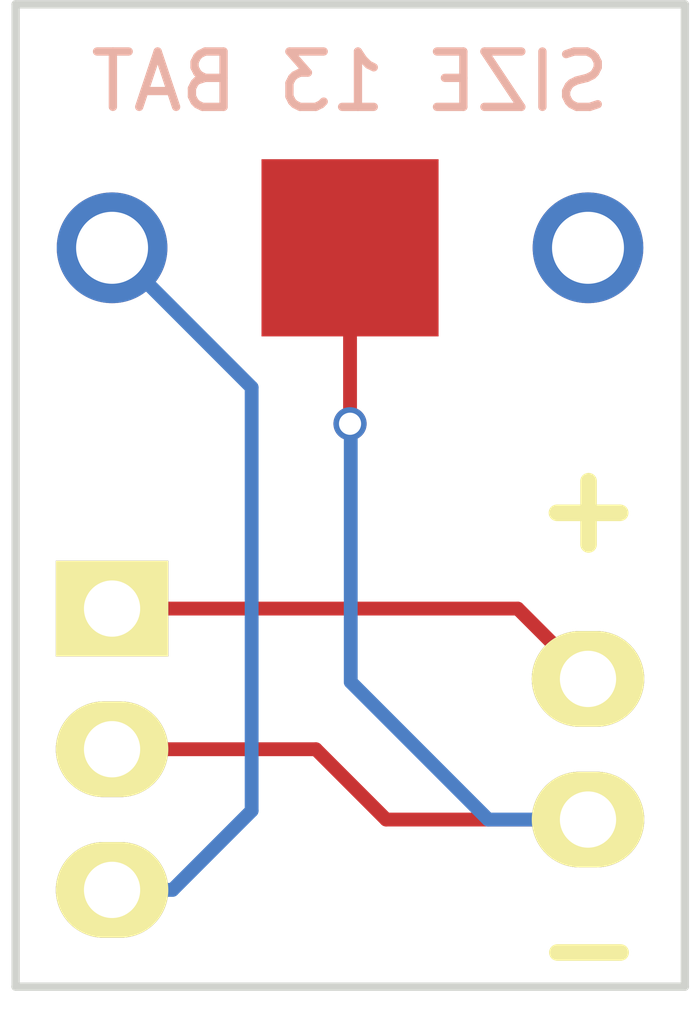
<source format=kicad_pcb>
(kicad_pcb (version 4) (host pcbnew 4.0.7-e2-6376~58~ubuntu16.04.1)

  (general
    (links 0)
    (no_connects 0)
    (area 0 0 0 0)
    (thickness 1.6)
    (drawings 6)
    (tracks 15)
    (zones 0)
    (modules 3)
    (nets 1)
  )

  (page A4)
  (layers
    (0 F.Cu signal)
    (31 B.Cu signal)
    (32 B.Adhes user)
    (33 F.Adhes user)
    (34 B.Paste user)
    (35 F.Paste user)
    (36 B.SilkS user)
    (37 F.SilkS user)
    (38 B.Mask user)
    (39 F.Mask user)
    (40 Dwgs.User user)
    (41 Cmts.User user)
    (42 Eco1.User user)
    (43 Eco2.User user)
    (44 Edge.Cuts user)
    (45 Margin user)
    (46 B.CrtYd user)
    (47 F.CrtYd user)
    (48 B.Fab user)
    (49 F.Fab user)
  )

  (setup
    (last_trace_width 0.25)
    (trace_clearance 0.2)
    (zone_clearance 0.508)
    (zone_45_only no)
    (trace_min 0.2)
    (segment_width 0.2)
    (edge_width 0.15)
    (via_size 0.6)
    (via_drill 0.4)
    (via_min_size 0.4)
    (via_min_drill 0.3)
    (uvia_size 0.3)
    (uvia_drill 0.1)
    (uvias_allowed no)
    (uvia_min_size 0.2)
    (uvia_min_drill 0.1)
    (pcb_text_width 0.3)
    (pcb_text_size 1.5 1.5)
    (mod_edge_width 0.15)
    (mod_text_size 1 1)
    (mod_text_width 0.15)
    (pad_size 1.524 1.524)
    (pad_drill 0.762)
    (pad_to_mask_clearance 0.2)
    (aux_axis_origin 0 0)
    (visible_elements FFFFFF7F)
    (pcbplotparams
      (layerselection 0x00030_80000001)
      (usegerberextensions false)
      (excludeedgelayer true)
      (linewidth 0.150000)
      (plotframeref false)
      (viasonmask false)
      (mode 1)
      (useauxorigin false)
      (hpglpennumber 1)
      (hpglpenspeed 20)
      (hpglpendiameter 15)
      (hpglpenoverlay 2)
      (psnegative false)
      (psa4output false)
      (plotreference true)
      (plotvalue true)
      (plotinvisibletext false)
      (padsonsilk false)
      (subtractmaskfromsilk false)
      (outputformat 1)
      (mirror false)
      (drillshape 1)
      (scaleselection 1)
      (outputdirectory ""))
  )

  (net 0 "")

  (net_class Default "This is the default net class."
    (clearance 0.2)
    (trace_width 0.25)
    (via_dia 0.6)
    (via_drill 0.4)
    (uvia_dia 0.3)
    (uvia_drill 0.1)
  )

  (module 00my_modules:Pin_Header_Straight_1x03 (layer F.Cu) (tedit 0) (tstamp 5BB2CF86)
    (at 144.42948 95.37192)
    (descr "Through hole pin header")
    (tags "pin header")
    (fp_text reference "" (at 0 -2.4) (layer F.SilkS)
      (effects (font (size 0.5 0.5) (thickness 0.01)))
    )
    (fp_text value "" (at 0 -3.1) (layer F.Fab)
      (effects (font (size 0.5 0.5) (thickness 0.01)))
    )
    (fp_line (start -1.75 -1.75) (end -1.75 6.83) (layer F.CrtYd) (width 0.05))
    (fp_line (start 1.75 -1.75) (end 1.75 6.83) (layer F.CrtYd) (width 0.05))
    (fp_line (start -1.75 -1.75) (end 1.75 -1.75) (layer F.CrtYd) (width 0.05))
    (fp_line (start -1.75 6.83) (end 1.75 6.83) (layer F.CrtYd) (width 0.05))
    (fp_line (start -2 2.54) (end 2 2.54) (layer F.CrtYd) (width 0.05))
    (fp_line (start 0 -0.5) (end 0 7.2) (layer F.CrtYd) (width 0.05))
    (pad 1 thru_hole rect (at 0 0) (size 2.032 1.7272) (drill 1.016) (layers *.Cu *.Mask F.SilkS))
    (pad 2 thru_hole oval (at 0 2.54) (size 2.032 1.7272) (drill 1.016) (layers *.Cu *.Mask F.SilkS))
    (pad 3 thru_hole oval (at 0 5.08) (size 2.032 1.7272) (drill 1.016) (layers *.Cu *.Mask F.SilkS))
  )

  (module 00my_modules:Keystone_2989_1x13mm-CoinCell (layer F.Cu) (tedit 5BB2C173) (tstamp 5BB2CBBD)
    (at 148.7297 88.85682)
    (descr http://www.keyelco.com/product-pdf.cfm?p=778)
    (tags "Keystone type 2989 coin cell retainer")
    (fp_text reference "SIZE 13 BAT" (at 0 -3) (layer B.SilkS)
      (effects (font (size 1 1) (thickness 0.15)) (justify mirror))
    )
    (fp_text value "" (at 0 7.5) (layer F.Fab)
      (effects (font (size 1 1) (thickness 0.15)))
    )
    (fp_line (start -3 0) (end 3 0) (layer F.CrtYd) (width 0.05))
    (fp_line (start 0 -3) (end 0 3) (layer F.CrtYd) (width 0.05))
    (fp_line (start -4.3 -3) (end -4.3 3) (layer F.CrtYd) (width 0.05))
    (fp_line (start 4.3 -3) (end 4.3 3) (layer F.CrtYd) (width 0.05))
    (fp_circle (center 0 0) (end 0 4.4) (layer Dwgs.User) (width 0.15))
    (pad 1 thru_hole circle (at -4.3 0) (size 2 2) (drill 1.3) (layers *.Cu *.Mask))
    (pad 1 thru_hole circle (at 4.3 0) (size 2 2) (drill 1.3) (layers *.Cu *.Mask))
    (pad 2 smd rect (at 0 0) (size 3.2 3.2) (layers F.Cu F.Mask))
    (model Battery_Holders.3dshapes/Keystone_2989_1x13mm-CoinCell.wrl
      (at (xyz 0 0 0))
      (scale (xyz 1 1 1))
      (rotate (xyz 0 0 0))
    )
  )

  (module 00my_modules:Pin_Header_Straight_1x02 (layer F.Cu) (tedit 0) (tstamp 5BB2D34F)
    (at 153.02992 96.64192)
    (descr "Through hole pin header")
    (tags "pin header")
    (fp_text reference "" (at 0 -2.4) (layer F.SilkS)
      (effects (font (size 0.5 0.5) (thickness 0.01)))
    )
    (fp_text value "" (at 0 -3.1) (layer F.Fab)
      (effects (font (size 0.5 0.5) (thickness 0.01)))
    )
    (fp_line (start -1.75 -1.75) (end -1.75 4.29) (layer F.CrtYd) (width 0.05))
    (fp_line (start 1.75 -1.75) (end 1.75 4.29) (layer F.CrtYd) (width 0.05))
    (fp_line (start -1.75 -1.75) (end 1.75 -1.75) (layer F.CrtYd) (width 0.05))
    (fp_line (start -1.75 4.29) (end 1.75 4.29) (layer F.CrtYd) (width 0.05))
    (fp_line (start -2 1.27) (end 2 1.27) (layer F.CrtYd) (width 0.05))
    (fp_line (start 0 -0.5) (end 0 3) (layer F.CrtYd) (width 0.05))
    (pad 1 thru_hole oval (at 0 0) (size 2.032 1.7272) (drill 1.016) (layers *.Cu *.Mask F.SilkS))
    (pad 2 thru_hole oval (at 0 2.54) (size 2.032 1.7272) (drill 1.016) (layers *.Cu *.Mask F.SilkS))
  )

  (gr_text - (at 153.0477 101.47554) (layer F.SilkS)
    (effects (font (size 1.5 1.5) (thickness 0.3)))
  )
  (gr_text + (at 153.04008 93.5355) (layer F.SilkS)
    (effects (font (size 1.5 1.5) (thickness 0.3)))
  )
  (gr_line (start 142.68704 84.46008) (end 142.68704 102.1969) (angle 90) (layer Edge.Cuts) (width 0.15))
  (gr_line (start 154.77998 84.46008) (end 142.68704 84.46008) (angle 90) (layer Edge.Cuts) (width 0.15))
  (gr_line (start 154.77998 102.19944) (end 154.77998 84.46008) (angle 90) (layer Edge.Cuts) (width 0.15))
  (gr_line (start 142.6845 102.19944) (end 154.77998 102.19944) (angle 90) (layer Edge.Cuts) (width 0.15))

  (segment (start 148.7297 88.85682) (end 148.7297 92.03436) (width 0.25) (layer F.Cu) (net 0))
  (segment (start 151.22652 99.18192) (end 153.02992 99.18192) (width 0.25) (layer B.Cu) (net 0) (tstamp 5BB2D374))
  (segment (start 148.7424 96.6978) (end 151.22652 99.18192) (width 0.25) (layer B.Cu) (net 0) (tstamp 5BB2D372))
  (segment (start 148.7424 92.04706) (end 148.7424 96.6978) (width 0.25) (layer B.Cu) (net 0) (tstamp 5BB2D371))
  (segment (start 148.7297 92.03436) (end 148.7424 92.04706) (width 0.25) (layer B.Cu) (net 0) (tstamp 5BB2D370))
  (via (at 148.7297 92.03436) (size 0.6) (drill 0.4) (layers F.Cu B.Cu) (net 0))
  (segment (start 144.42948 100.45192) (end 145.52168 100.45192) (width 0.25) (layer B.Cu) (net 0))
  (segment (start 146.9517 91.37882) (end 144.4297 88.85682) (width 0.25) (layer B.Cu) (net 0) (tstamp 5BB2D36B))
  (segment (start 146.9517 99.0219) (end 146.9517 91.37882) (width 0.25) (layer B.Cu) (net 0) (tstamp 5BB2D369))
  (segment (start 145.52168 100.45192) (end 146.9517 99.0219) (width 0.25) (layer B.Cu) (net 0) (tstamp 5BB2D367))
  (segment (start 144.42948 95.37192) (end 151.75992 95.37192) (width 0.25) (layer F.Cu) (net 0))
  (segment (start 151.75992 95.37192) (end 153.02992 96.64192) (width 0.25) (layer F.Cu) (net 0) (tstamp 5BB2D364))
  (segment (start 144.42948 97.91192) (end 148.11248 97.91192) (width 0.25) (layer F.Cu) (net 0))
  (segment (start 149.38248 99.18192) (end 153.02992 99.18192) (width 0.25) (layer F.Cu) (net 0) (tstamp 5BB2D361))
  (segment (start 148.11248 97.91192) (end 149.38248 99.18192) (width 0.25) (layer F.Cu) (net 0) (tstamp 5BB2D35F))

)

</source>
